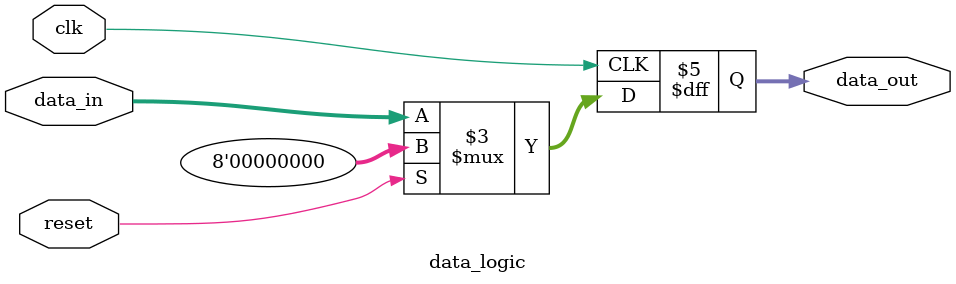
<source format=sv>
module data_logic (
    input logic clk,
    input logic reset,
    input logic [7:0] data_in,
    output logic [7:0] data_out
);

    always_ff @(posedge clk) begin
        if (reset) begin
            data_out <= 8'b0;
        end else begin
            // Implement the desired logic for data_out here
            data_out <= data_in; // Example logic: pass data_in to data_out
        end
    end

endmodule
</source>
